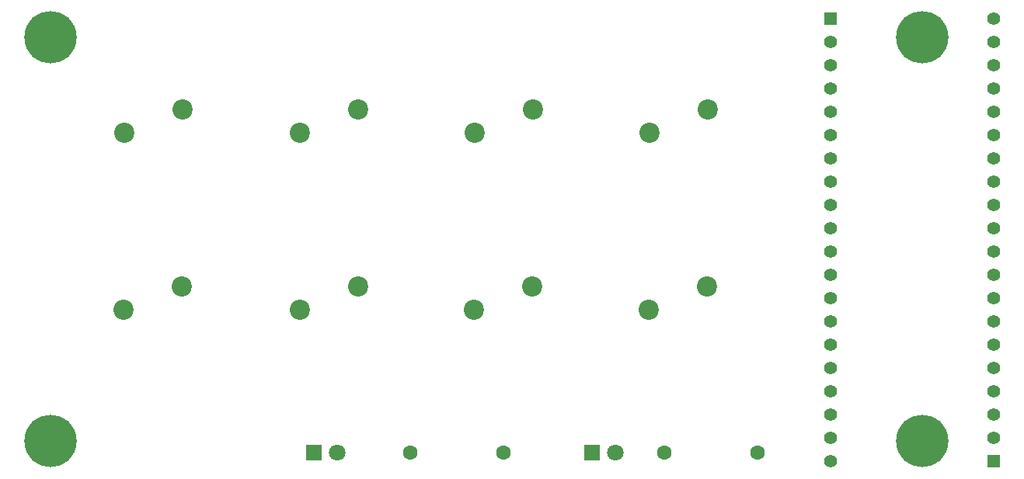
<source format=gbl>
G04 #@! TF.GenerationSoftware,KiCad,Pcbnew,9.0.4*
G04 #@! TF.CreationDate,2025-09-20T14:32:32-07:00*
G04 #@! TF.ProjectId,Macro_Pad,4d616372-6f5f-4506-9164-2e6b69636164,rev?*
G04 #@! TF.SameCoordinates,Original*
G04 #@! TF.FileFunction,Copper,L2,Bot*
G04 #@! TF.FilePolarity,Positive*
%FSLAX46Y46*%
G04 Gerber Fmt 4.6, Leading zero omitted, Abs format (unit mm)*
G04 Created by KiCad (PCBNEW 9.0.4) date 2025-09-20 14:32:32*
%MOMM*%
%LPD*%
G01*
G04 APERTURE LIST*
G04 #@! TA.AperFunction,ComponentPad*
%ADD10R,1.390000X1.390000*%
G04 #@! TD*
G04 #@! TA.AperFunction,ComponentPad*
%ADD11C,1.390000*%
G04 #@! TD*
G04 #@! TA.AperFunction,ComponentPad*
%ADD12C,3.600000*%
G04 #@! TD*
G04 #@! TA.AperFunction,ConnectorPad*
%ADD13C,5.700000*%
G04 #@! TD*
G04 #@! TA.AperFunction,ComponentPad*
%ADD14C,1.600000*%
G04 #@! TD*
G04 #@! TA.AperFunction,ComponentPad*
%ADD15C,2.200000*%
G04 #@! TD*
G04 #@! TA.AperFunction,ComponentPad*
%ADD16R,1.800000X1.800000*%
G04 #@! TD*
G04 #@! TA.AperFunction,ComponentPad*
%ADD17C,1.800000*%
G04 #@! TD*
G04 APERTURE END LIST*
D10*
X185000000Y-89960000D03*
D11*
X185000000Y-92500000D03*
X185000000Y-95040000D03*
X185000000Y-97580000D03*
X185000000Y-100120000D03*
X185000000Y-102660000D03*
X185000000Y-105200000D03*
X185000000Y-107740000D03*
X185000000Y-110280000D03*
X185000000Y-112820000D03*
X185000000Y-115360000D03*
X185000000Y-117900000D03*
X185000000Y-120440000D03*
X185000000Y-122980000D03*
X185000000Y-125520000D03*
X185000000Y-128060000D03*
X185000000Y-130600000D03*
X185000000Y-133140000D03*
X185000000Y-135680000D03*
X185000000Y-138220000D03*
D12*
X100000000Y-92000000D03*
D13*
X100000000Y-92000000D03*
D14*
X177080000Y-137250000D03*
X166920000Y-137250000D03*
D10*
X202750000Y-138210000D03*
D11*
X202750000Y-135670000D03*
X202750000Y-133130000D03*
X202750000Y-130590000D03*
X202750000Y-128050000D03*
X202750000Y-125510000D03*
X202750000Y-122970000D03*
X202750000Y-120430000D03*
X202750000Y-117890000D03*
X202750000Y-115350000D03*
X202750000Y-112810000D03*
X202750000Y-110270000D03*
X202750000Y-107730000D03*
X202750000Y-105190000D03*
X202750000Y-102650000D03*
X202750000Y-100110000D03*
X202750000Y-97570000D03*
X202750000Y-95030000D03*
X202750000Y-92490000D03*
X202750000Y-89950000D03*
D15*
X152500000Y-119200000D03*
X146150000Y-121740000D03*
D14*
X149330000Y-137250000D03*
X139170000Y-137250000D03*
D15*
X114320000Y-119200000D03*
X107970000Y-121740000D03*
D16*
X128730000Y-137250000D03*
D17*
X131270000Y-137250000D03*
D15*
X171620000Y-99820000D03*
X165270000Y-102360000D03*
X114380000Y-99820000D03*
X108030000Y-102360000D03*
X133520000Y-99820000D03*
X127170000Y-102360000D03*
D12*
X195000000Y-136000000D03*
D13*
X195000000Y-136000000D03*
D16*
X158980000Y-137250000D03*
D17*
X161520000Y-137250000D03*
D15*
X133500000Y-119200000D03*
X127150000Y-121740000D03*
X152560000Y-99820000D03*
X146210000Y-102360000D03*
D12*
X195000000Y-92000000D03*
D13*
X195000000Y-92000000D03*
D15*
X171520000Y-119200000D03*
X165170000Y-121740000D03*
D12*
X100000000Y-136000000D03*
D13*
X100000000Y-136000000D03*
M02*

</source>
